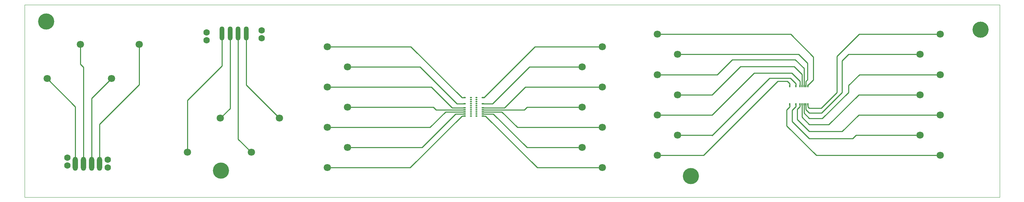
<source format=gtl>
G04 #@! TF.GenerationSoftware,KiCad,Pcbnew,(5.1.2)-2*
G04 #@! TF.CreationDate,2019-07-29T12:19:19-07:00*
G04 #@! TF.ProjectId,Pixel Connector Test Board,50697865-6c20-4436-9f6e-6e6563746f72,rev?*
G04 #@! TF.SameCoordinates,Original*
G04 #@! TF.FileFunction,Copper,L1,Top*
G04 #@! TF.FilePolarity,Positive*
%FSLAX46Y46*%
G04 Gerber Fmt 4.6, Leading zero omitted, Abs format (unit mm)*
G04 Created by KiCad (PCBNEW (5.1.2)-2) date 2019-07-29 12:19:19*
%MOMM*%
%LPD*%
G04 APERTURE LIST*
%ADD10C,0.050000*%
%ADD11C,1.600000*%
%ADD12O,1.250000X3.500000*%
%ADD13O,1.300000X3.500000*%
%ADD14O,0.600000X0.300000*%
%ADD15O,0.700000X0.300000*%
%ADD16O,0.300000X0.700000*%
%ADD17C,4.000000*%
%ADD18C,1.800000*%
%ADD19C,0.250000*%
G04 APERTURE END LIST*
D10*
X253500000Y-59800000D02*
X227500000Y-59800000D01*
X54200000Y-59800000D02*
X227500000Y-59800000D01*
X253500000Y-12100000D02*
X253500000Y-59800000D01*
X54700000Y-12100000D02*
X253500000Y-12100000D01*
X12100000Y-36900000D02*
X12100000Y-59800000D01*
X12100000Y-12100000D02*
X54700000Y-12100000D01*
X12100000Y-59800000D02*
X54200000Y-59800000D01*
X12100000Y-12100000D02*
X12100000Y-36900000D01*
D11*
X70850000Y-18400000D03*
X70850000Y-20400000D03*
X57150000Y-18900000D03*
X57150000Y-20900000D03*
D12*
X67000000Y-19200000D03*
X65000000Y-19200000D03*
X63000000Y-19200000D03*
X61000000Y-19200000D03*
D11*
X22700000Y-50000000D03*
X22700000Y-52000000D03*
X32700000Y-52500000D03*
X32700000Y-50500000D03*
D13*
X30700000Y-51500000D03*
X28700000Y-51500000D03*
X26700000Y-51500000D03*
X24700000Y-51500000D03*
D14*
X124000000Y-35150000D03*
X124000000Y-35650000D03*
X124000000Y-36150000D03*
X124000000Y-36650000D03*
X124000000Y-37150000D03*
X124000000Y-37650000D03*
X124000000Y-38150000D03*
X124000000Y-38650000D03*
X124000000Y-39150000D03*
X124000000Y-39650000D03*
X122600000Y-35150000D03*
X122600000Y-35650000D03*
X122600000Y-36150000D03*
X122600000Y-36650000D03*
X122600000Y-37150000D03*
X122600000Y-37650000D03*
X122600000Y-38150000D03*
X122600000Y-38650000D03*
X122600000Y-39150000D03*
X122600000Y-39650000D03*
D15*
X125600000Y-37650000D03*
X125600000Y-36650000D03*
X125600000Y-35150000D03*
X125600000Y-38650000D03*
X125600000Y-39650000D03*
X125600000Y-39150000D03*
X125600000Y-38150000D03*
X121000000Y-35150000D03*
X121000000Y-36650000D03*
X121000000Y-37650000D03*
X121000000Y-38150000D03*
X121000000Y-38650000D03*
X121000000Y-39150000D03*
X121000000Y-39650000D03*
D16*
X204550000Y-36775000D03*
X204550000Y-32225000D03*
X201550000Y-36775000D03*
X205550000Y-36775000D03*
X206050000Y-36775000D03*
X203050000Y-36775000D03*
X204050000Y-36775000D03*
X205050000Y-36775000D03*
X206050000Y-32225000D03*
X205550000Y-32225000D03*
X205050000Y-32225000D03*
X203050000Y-32225000D03*
X204050000Y-32225000D03*
X201550000Y-32225000D03*
D17*
X248800000Y-18300000D03*
X177100000Y-54600000D03*
X60700000Y-53200000D03*
X17500000Y-16200000D03*
D18*
X233800000Y-34400000D03*
X238800000Y-29400000D03*
X233800000Y-24400000D03*
X233800000Y-44400000D03*
X238800000Y-39400000D03*
X238800000Y-49400000D03*
X238800000Y-19400000D03*
X173800000Y-34400000D03*
X173800000Y-24400000D03*
X168800000Y-19400000D03*
X168800000Y-29400000D03*
X168800000Y-49400000D03*
X173800000Y-44400000D03*
X168800000Y-39400000D03*
X150100000Y-37500000D03*
X155100000Y-32500000D03*
X150100000Y-27500000D03*
X150100000Y-47500000D03*
X155100000Y-42500000D03*
X155100000Y-52500000D03*
X155100000Y-22500000D03*
X92100000Y-27500000D03*
X87100000Y-22500000D03*
X87100000Y-32500000D03*
X92100000Y-37500000D03*
X87100000Y-42500000D03*
X92100000Y-47500000D03*
X87100000Y-52500000D03*
X68300000Y-48700000D03*
X75200000Y-40200000D03*
X52400000Y-48700000D03*
X60600000Y-40200000D03*
X40500000Y-21900000D03*
X33600000Y-30400000D03*
X25900000Y-21900000D03*
X17700000Y-30400000D03*
D19*
X67000000Y-32000000D02*
X75200000Y-40200000D01*
X67000000Y-21400000D02*
X67000000Y-32000000D01*
X65000000Y-45400000D02*
X68300000Y-48700000D01*
X65000000Y-21400000D02*
X65000000Y-45400000D01*
X63000000Y-37800000D02*
X60600000Y-40200000D01*
X63000000Y-21400000D02*
X63000000Y-37800000D01*
X52400000Y-35800000D02*
X52400000Y-48700000D01*
X61000000Y-27200000D02*
X52400000Y-35800000D01*
X149900000Y-37300000D02*
X150100000Y-37500000D01*
X92300000Y-37700000D02*
X92100000Y-37500000D01*
X149900000Y-37700000D02*
X150100000Y-37500000D01*
X174000000Y-34600000D02*
X173800000Y-34400000D01*
X174000000Y-34200000D02*
X173800000Y-34400000D01*
X233600000Y-34200000D02*
X233800000Y-34400000D01*
X182300000Y-34400000D02*
X173800000Y-34400000D01*
X202600000Y-27400000D02*
X189300000Y-27400000D01*
X189300000Y-27400000D02*
X182300000Y-34400000D01*
X205050000Y-27850000D02*
X202900000Y-25700000D01*
X202900000Y-25700000D02*
X187300000Y-25700000D01*
X187300000Y-25700000D02*
X183600000Y-29400000D01*
X183600000Y-29400000D02*
X168800000Y-29400000D01*
X218600000Y-34400000D02*
X233800000Y-34400000D01*
X211200000Y-41800000D02*
X218600000Y-34400000D01*
X206400000Y-41800000D02*
X211200000Y-41800000D01*
X204550000Y-39950000D02*
X206400000Y-41800000D01*
X218600000Y-39400000D02*
X238800000Y-39400000D01*
X203400000Y-37950000D02*
X203400000Y-40500000D01*
X204050000Y-37300000D02*
X203400000Y-37950000D01*
X203400000Y-40500000D02*
X206400000Y-43500000D01*
X206400000Y-43500000D02*
X214500000Y-43500000D01*
X214500000Y-43500000D02*
X218600000Y-39400000D01*
X236200000Y-49400000D02*
X238800000Y-49400000D01*
X208100000Y-49400000D02*
X236200000Y-49400000D01*
X200800000Y-42100000D02*
X208100000Y-49400000D01*
X201550000Y-36700000D02*
X201550000Y-36900000D01*
X218000000Y-44400000D02*
X233800000Y-44400000D01*
X203050000Y-37300000D02*
X202100000Y-38250000D01*
X202100000Y-41000000D02*
X206400000Y-45300000D01*
X206400000Y-45300000D02*
X217100000Y-45300000D01*
X202100000Y-38250000D02*
X202100000Y-41000000D01*
X217100000Y-45300000D02*
X218000000Y-44400000D01*
X149950000Y-37650000D02*
X150100000Y-37500000D01*
X92250000Y-37650000D02*
X92100000Y-37500000D01*
X180200000Y-49400000D02*
X168800000Y-49400000D01*
X198550000Y-31050000D02*
X180200000Y-49400000D01*
X200975000Y-31050000D02*
X198550000Y-31050000D01*
X201550000Y-31625000D02*
X200975000Y-31050000D01*
X201550000Y-32225000D02*
X201550000Y-31625000D01*
X182200000Y-44400000D02*
X173800000Y-44400000D01*
X182300000Y-44500000D02*
X182200000Y-44400000D01*
X196500000Y-30300000D02*
X182300000Y-44500000D01*
X201725000Y-30300000D02*
X196500000Y-30300000D01*
X203050000Y-31625000D02*
X201725000Y-30300000D01*
X203050000Y-32225000D02*
X203050000Y-31625000D01*
X182300000Y-39400000D02*
X168800000Y-39400000D01*
X192700000Y-29000000D02*
X182300000Y-39400000D01*
X202000000Y-29000000D02*
X192700000Y-29000000D01*
X204050000Y-32225000D02*
X204050000Y-31050000D01*
X204050000Y-31050000D02*
X202000000Y-29000000D01*
X204550000Y-29350000D02*
X204500000Y-29300000D01*
X204550000Y-32225000D02*
X204550000Y-29350000D01*
X205050000Y-32225000D02*
X205050000Y-27850000D01*
X203700000Y-24400000D02*
X173800000Y-24400000D01*
X205900000Y-26600000D02*
X203700000Y-24400000D01*
X205900000Y-30700000D02*
X205900000Y-26600000D01*
X205550000Y-32225000D02*
X205550000Y-31050000D01*
X205550000Y-31050000D02*
X205900000Y-30700000D01*
X201800000Y-19400000D02*
X168800000Y-19400000D01*
X207400000Y-25000000D02*
X201800000Y-19400000D01*
X207400000Y-30675000D02*
X207400000Y-25000000D01*
X206050000Y-32225000D02*
X206050000Y-32025000D01*
X206050000Y-32025000D02*
X207400000Y-30675000D01*
X204550000Y-29350000D02*
X202600000Y-27400000D01*
X200800000Y-38125000D02*
X200800000Y-38200000D01*
X201550000Y-37375000D02*
X200800000Y-38125000D01*
X201550000Y-36775000D02*
X201550000Y-37375000D01*
X203050000Y-36775000D02*
X203050000Y-37300000D01*
X204050000Y-36775000D02*
X204050000Y-37300000D01*
X204550000Y-36775000D02*
X204550000Y-39950000D01*
X218800000Y-29400000D02*
X238800000Y-29400000D01*
X205050000Y-36775000D02*
X205050000Y-38950000D01*
X206400000Y-40300000D02*
X209600000Y-40300000D01*
X209600000Y-40300000D02*
X216100000Y-33800000D01*
X205050000Y-38950000D02*
X206400000Y-40300000D01*
X216100000Y-33800000D02*
X216100000Y-32100000D01*
X216100000Y-32100000D02*
X218800000Y-29400000D01*
X216100000Y-24400000D02*
X233800000Y-24400000D01*
X205550000Y-38050000D02*
X206400000Y-38900000D01*
X205550000Y-36775000D02*
X205550000Y-38050000D01*
X206400000Y-38900000D02*
X209400000Y-38900000D01*
X209400000Y-38900000D02*
X214500000Y-33800000D01*
X214500000Y-33800000D02*
X214500000Y-26000000D01*
X214500000Y-26000000D02*
X216100000Y-24400000D01*
X218700000Y-19400000D02*
X238800000Y-19400000D01*
X206050000Y-37375000D02*
X206375000Y-37700000D01*
X206050000Y-36775000D02*
X206050000Y-37375000D01*
X206375000Y-37700000D02*
X209300000Y-37700000D01*
X209300000Y-37700000D02*
X213200000Y-33800000D01*
X213200000Y-33800000D02*
X213200000Y-24900000D01*
X213200000Y-24900000D02*
X218700000Y-19400000D01*
X200800000Y-38125000D02*
X200800000Y-42100000D01*
X121000000Y-39650000D02*
X120800000Y-39650000D01*
X121000000Y-36650000D02*
X120800000Y-36650000D01*
X121000000Y-35150000D02*
X120800000Y-35150000D01*
X126200000Y-39650000D02*
X139050000Y-52500000D01*
X125600000Y-39650000D02*
X126200000Y-39650000D01*
X152400000Y-52500000D02*
X155100000Y-52500000D01*
X125800000Y-35150000D02*
X138450000Y-22500000D01*
X125600000Y-35150000D02*
X125800000Y-35150000D01*
X138450000Y-22500000D02*
X155100000Y-22500000D01*
X137100000Y-27500000D02*
X150100000Y-27500000D01*
X125600000Y-36650000D02*
X127950000Y-36650000D01*
X127950000Y-36650000D02*
X137100000Y-27500000D01*
X136100000Y-32500000D02*
X155100000Y-32500000D01*
X125600000Y-37650000D02*
X130950000Y-37650000D01*
X130950000Y-37650000D02*
X136100000Y-32500000D01*
X125600000Y-38650000D02*
X130250000Y-38650000D01*
X130250000Y-38650000D02*
X134100000Y-42500000D01*
X134100000Y-42500000D02*
X155100000Y-42500000D01*
X125600000Y-39150000D02*
X128150000Y-39150000D01*
X128150000Y-39150000D02*
X136500000Y-47500000D01*
X136500000Y-47500000D02*
X150100000Y-47500000D01*
X139050000Y-52500000D02*
X152400000Y-52500000D01*
X91100000Y-22500000D02*
X87100000Y-22500000D01*
X107750000Y-22500000D02*
X91100000Y-22500000D01*
X121000000Y-35150000D02*
X120400000Y-35150000D01*
X120400000Y-35150000D02*
X107750000Y-22500000D01*
X119150000Y-36650000D02*
X121000000Y-36650000D01*
X92100000Y-27500000D02*
X110000000Y-27500000D01*
X110000000Y-27500000D02*
X119150000Y-36650000D01*
X99300000Y-32500000D02*
X87100000Y-32500000D01*
X112800000Y-32500000D02*
X99300000Y-32500000D01*
X121000000Y-37650000D02*
X117950000Y-37650000D01*
X117950000Y-37650000D02*
X112800000Y-32500000D01*
X116350000Y-38650000D02*
X121000000Y-38650000D01*
X87100000Y-42500000D02*
X112500000Y-42500000D01*
X112500000Y-42500000D02*
X116350000Y-38650000D01*
X97900000Y-47500000D02*
X92100000Y-47500000D01*
X110500000Y-47500000D02*
X97900000Y-47500000D01*
X121000000Y-39150000D02*
X118850000Y-39150000D01*
X118850000Y-39150000D02*
X110500000Y-47500000D01*
X94500000Y-52500000D02*
X87100000Y-52500000D01*
X107550000Y-52500000D02*
X94500000Y-52500000D01*
X121000000Y-39650000D02*
X120400000Y-39650000D01*
X120400000Y-39650000D02*
X107550000Y-52500000D01*
X121000000Y-38150000D02*
X113950000Y-38150000D01*
X113300000Y-37500000D02*
X92100000Y-37500000D01*
X113950000Y-38150000D02*
X113300000Y-37500000D01*
X125600000Y-38150000D02*
X135850000Y-38150000D01*
X136500000Y-37500000D02*
X150100000Y-37500000D01*
X135850000Y-38150000D02*
X136500000Y-37500000D01*
X24700000Y-37400000D02*
X17700000Y-30400000D01*
X24700000Y-51500000D02*
X24700000Y-37400000D01*
X28700000Y-35300000D02*
X33600000Y-30400000D01*
X28700000Y-51500000D02*
X28700000Y-35300000D01*
X40500000Y-31900000D02*
X40500000Y-21900000D01*
X30700000Y-51500000D02*
X30700000Y-41700000D01*
X30700000Y-41700000D02*
X40500000Y-31900000D01*
X25900000Y-26800000D02*
X25900000Y-21900000D01*
X26700000Y-51500000D02*
X26700000Y-27600000D01*
X26700000Y-27600000D02*
X25900000Y-26800000D01*
X67000000Y-21400000D02*
X67000000Y-19200000D01*
X65000000Y-21400000D02*
X65000000Y-19200000D01*
X63000000Y-21400000D02*
X63000000Y-19200000D01*
X61000000Y-19200000D02*
X61000000Y-27200000D01*
M02*

</source>
